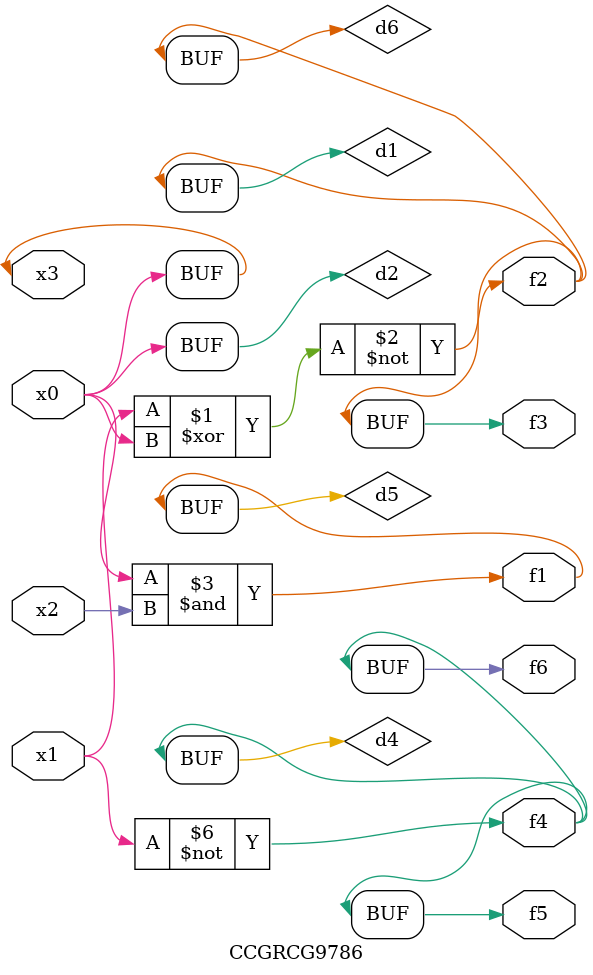
<source format=v>
module CCGRCG9786(
	input x0, x1, x2, x3,
	output f1, f2, f3, f4, f5, f6
);

	wire d1, d2, d3, d4, d5, d6;

	xnor (d1, x1, x3);
	buf (d2, x0, x3);
	nand (d3, x0, x2);
	not (d4, x1);
	nand (d5, d3);
	or (d6, d1);
	assign f1 = d5;
	assign f2 = d6;
	assign f3 = d6;
	assign f4 = d4;
	assign f5 = d4;
	assign f6 = d4;
endmodule

</source>
